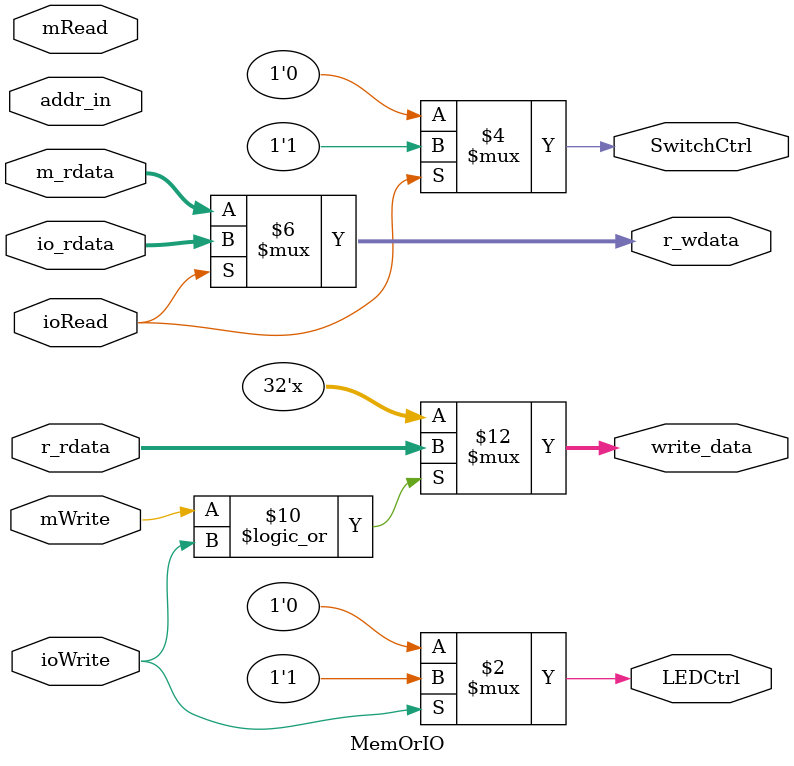
<source format=v>
`timescale 1ns / 1ps

module MemOrIO( mRead, mWrite, ioRead, ioWrite,addr_in, m_rdata, io_rdata, r_wdata, r_rdata, write_data, LEDCtrl, SwitchCtrl);
input mRead; // read memory, from Controller
input mWrite; // write memory, from Controller
input ioRead; // read IO, from Controller
input ioWrite; // write IO, from Controller

input[31:0] addr_in; // from alu_result in ALU
//output[31:0] addr_out; // address to Data-Memory

input[31:0] m_rdata; // data read from Data-Memory
input[31:0] io_rdata; // data read from IO,32 bits
output[31:0] r_wdata; // data to Decoder(register file)


input[31:0] r_rdata; // data read from Decoder(register file)
output reg[31:0] write_data; // data to memory or I/O??m_wdata, io_wdata??

output  LEDCtrl; // LED Chip Select
output  SwitchCtrl; // Switch Chip Select


//assign addr_out= addr_in;
// The data wirte to register file may be from memory or io. // While the data is from io, it should be the lower 16bit of r_wdata. assign r_wdata = ??????
// Chip select signal of Led and Switch are all active high;
assign LEDCtrl= (ioWrite== 1'b1)?1'b1:1'b0;
assign SwitchCtrl= (ioRead== 1'b1)?1'b1:1'b0;
assign r_wdata=(ioRead==1'b1)?io_rdata:m_rdata;

always @* begin
    if((mWrite==1)||(ioWrite==1))
    //wirte_data could go to either memory or IO. where is it from?
    write_data = r_rdata;
end

endmodule
</source>
